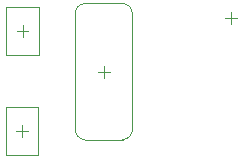
<source format=gbr>
G04*
G04 #@! TF.GenerationSoftware,Altium Limited,Altium Designer,22.4.2 (48)*
G04*
G04 Layer_Color=32768*
%FSLAX44Y44*%
%MOMM*%
G71*
G04*
G04 #@! TF.SameCoordinates,526C220A-A096-4E3C-8F2C-01EC2D9484EB*
G04*
G04*
G04 #@! TF.FilePolarity,Positive*
G04*
G01*
G75*
%ADD38C,0.1000*%
%ADD39C,0.0500*%
D38*
X181760Y192280D02*
X191760D01*
X186760Y187280D02*
Y197280D01*
X289710Y238000D02*
X299710D01*
X294710Y233000D02*
Y243000D01*
X117750Y137000D02*
Y147000D01*
X112750Y142000D02*
X122750D01*
X118000Y221500D02*
Y231500D01*
X113000Y226500D02*
X123000D01*
D39*
X211010Y240967D02*
G03*
X202751Y250030I-8759J313D01*
G01*
X170760D02*
G03*
X162510Y240780I500J-8750D01*
G01*
Y143967D02*
G03*
X170760Y134717I8750J-500D01*
G01*
X202751D02*
G03*
X211010Y143780I-500J8750D01*
G01*
X162510Y143780D02*
Y240780D01*
X211010Y143780D02*
Y240780D01*
X170760Y250030D02*
X202751D01*
X170760Y134717D02*
X202751D01*
X104050Y121800D02*
Y162200D01*
Y121800D02*
X131450D01*
Y162200D01*
X104050D02*
X131450D01*
X131700Y206300D02*
Y246700D01*
X104300D02*
X131700D01*
X104300Y206300D02*
Y246700D01*
Y206300D02*
X131700D01*
M02*

</source>
